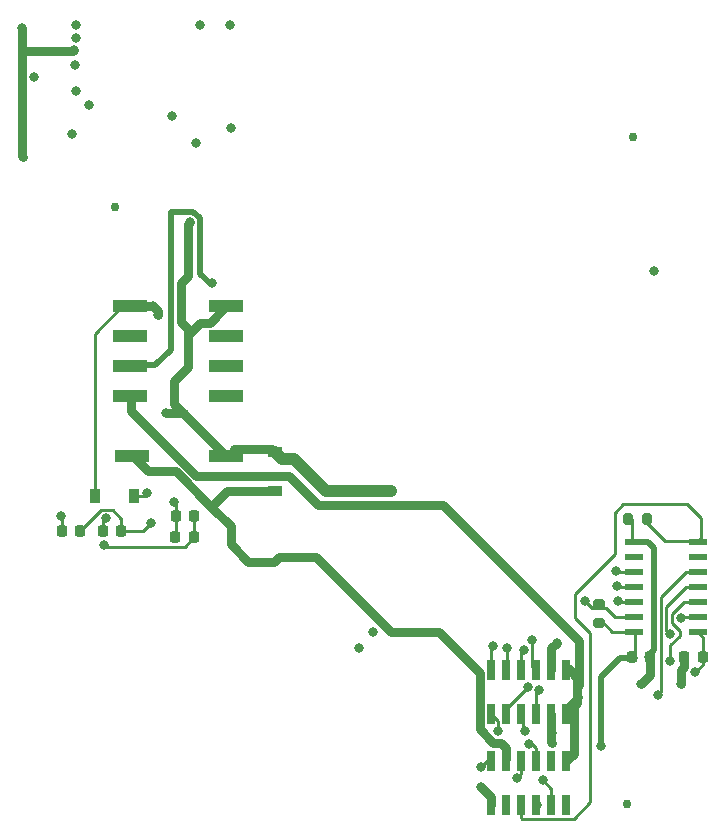
<source format=gbr>
G04 #@! TF.GenerationSoftware,KiCad,Pcbnew,8.0.8+dfsg-1*
G04 #@! TF.CreationDate,2025-03-16T16:51:26-04:00*
G04 #@! TF.ProjectId,RUST_Daughterboard,52555354-5f44-4617-9567-68746572626f,rev?*
G04 #@! TF.SameCoordinates,Original*
G04 #@! TF.FileFunction,Copper,L4,Bot*
G04 #@! TF.FilePolarity,Positive*
%FSLAX46Y46*%
G04 Gerber Fmt 4.6, Leading zero omitted, Abs format (unit mm)*
G04 Created by KiCad (PCBNEW 8.0.8+dfsg-1) date 2025-03-16 16:51:26*
%MOMM*%
%LPD*%
G01*
G04 APERTURE LIST*
G04 Aperture macros list*
%AMRoundRect*
0 Rectangle with rounded corners*
0 $1 Rounding radius*
0 $2 $3 $4 $5 $6 $7 $8 $9 X,Y pos of 4 corners*
0 Add a 4 corners polygon primitive as box body*
4,1,4,$2,$3,$4,$5,$6,$7,$8,$9,$2,$3,0*
0 Add four circle primitives for the rounded corners*
1,1,$1+$1,$2,$3*
1,1,$1+$1,$4,$5*
1,1,$1+$1,$6,$7*
1,1,$1+$1,$8,$9*
0 Add four rect primitives between the rounded corners*
20,1,$1+$1,$2,$3,$4,$5,0*
20,1,$1+$1,$4,$5,$6,$7,0*
20,1,$1+$1,$6,$7,$8,$9,0*
20,1,$1+$1,$8,$9,$2,$3,0*%
G04 Aperture macros list end*
G04 #@! TA.AperFunction,SMDPad,CuDef*
%ADD10RoundRect,0.218750X0.218750X0.256250X-0.218750X0.256250X-0.218750X-0.256250X0.218750X-0.256250X0*%
G04 #@! TD*
G04 #@! TA.AperFunction,SMDPad,CuDef*
%ADD11R,0.740000X1.675000*%
G04 #@! TD*
G04 #@! TA.AperFunction,SMDPad,CuDef*
%ADD12C,0.750000*%
G04 #@! TD*
G04 #@! TA.AperFunction,SMDPad,CuDef*
%ADD13RoundRect,0.225000X0.225000X0.250000X-0.225000X0.250000X-0.225000X-0.250000X0.225000X-0.250000X0*%
G04 #@! TD*
G04 #@! TA.AperFunction,SMDPad,CuDef*
%ADD14R,3.000000X1.110000*%
G04 #@! TD*
G04 #@! TA.AperFunction,SMDPad,CuDef*
%ADD15R,0.900000X1.200000*%
G04 #@! TD*
G04 #@! TA.AperFunction,SMDPad,CuDef*
%ADD16RoundRect,0.200000X0.275000X-0.200000X0.275000X0.200000X-0.275000X0.200000X-0.275000X-0.200000X0*%
G04 #@! TD*
G04 #@! TA.AperFunction,SMDPad,CuDef*
%ADD17R,1.200000X0.900000*%
G04 #@! TD*
G04 #@! TA.AperFunction,SMDPad,CuDef*
%ADD18RoundRect,0.200000X0.200000X0.275000X-0.200000X0.275000X-0.200000X-0.275000X0.200000X-0.275000X0*%
G04 #@! TD*
G04 #@! TA.AperFunction,SMDPad,CuDef*
%ADD19RoundRect,0.225000X-0.225000X-0.250000X0.225000X-0.250000X0.225000X0.250000X-0.225000X0.250000X0*%
G04 #@! TD*
G04 #@! TA.AperFunction,SMDPad,CuDef*
%ADD20R,1.500000X0.600000*%
G04 #@! TD*
G04 #@! TA.AperFunction,ViaPad*
%ADD21C,0.800000*%
G04 #@! TD*
G04 #@! TA.AperFunction,Conductor*
%ADD22C,0.250000*%
G04 #@! TD*
G04 #@! TA.AperFunction,Conductor*
%ADD23C,0.750000*%
G04 #@! TD*
G04 #@! TA.AperFunction,Conductor*
%ADD24C,1.000000*%
G04 #@! TD*
G04 #@! TA.AperFunction,Conductor*
%ADD25C,0.500000*%
G04 #@! TD*
G04 APERTURE END LIST*
D10*
X128712500Y-113850000D03*
X127137500Y-113850000D03*
D11*
X160025000Y-137040000D03*
X160025000Y-133360000D03*
X161295000Y-137040000D03*
X161295000Y-133360000D03*
X162565000Y-137040000D03*
X162565000Y-133360000D03*
X163835000Y-137040000D03*
X163835000Y-133360000D03*
X165105000Y-137040000D03*
X165105000Y-133360000D03*
X166375000Y-137040000D03*
X166375000Y-133360000D03*
D10*
X134862500Y-114400000D03*
X133287500Y-114400000D03*
D12*
X172000000Y-80500000D03*
D13*
X134875000Y-112550000D03*
X133325000Y-112550000D03*
D12*
X128200000Y-86400000D03*
D13*
X125200000Y-113825000D03*
X123650000Y-113825000D03*
D11*
X160025000Y-129340000D03*
X160025000Y-125660000D03*
X161295000Y-129340000D03*
X161295000Y-125660000D03*
X162565000Y-129340000D03*
X162565000Y-125660000D03*
X163835000Y-129340000D03*
X163835000Y-125660000D03*
X165105000Y-129340000D03*
X165105000Y-125660000D03*
X166375000Y-129340000D03*
X166375000Y-125660000D03*
D14*
X129614000Y-107530000D03*
X129486000Y-102450000D03*
X129486000Y-99910000D03*
X129486000Y-97370000D03*
X129486000Y-94830000D03*
X137614000Y-94830000D03*
X137614000Y-97370000D03*
X137614000Y-99910000D03*
X137614000Y-102450000D03*
X137614000Y-107530000D03*
D15*
X126450000Y-110900000D03*
X129750000Y-110900000D03*
D16*
X169150000Y-121675000D03*
X169150000Y-120025000D03*
D17*
X141700000Y-110450000D03*
X141700000Y-107150000D03*
D18*
X173225000Y-112850000D03*
X171575000Y-112850000D03*
D13*
X177925000Y-124500000D03*
X176375000Y-124500000D03*
D19*
X171925000Y-124550000D03*
X173475000Y-124550000D03*
D12*
X171500000Y-137000000D03*
D20*
X172150000Y-122410000D03*
X172150000Y-121140000D03*
X172150000Y-119870000D03*
X172150000Y-118600000D03*
X172150000Y-117330000D03*
X172150000Y-116060000D03*
X172150000Y-114790000D03*
X177550000Y-114790000D03*
X177550000Y-116060000D03*
X177550000Y-117330000D03*
X177550000Y-118600000D03*
X177550000Y-119870000D03*
X177550000Y-121140000D03*
X177550000Y-122410000D03*
D21*
X159132660Y-135507340D03*
X124723699Y-73134294D03*
X133200000Y-111400000D03*
X120300000Y-71300000D03*
X134512299Y-87737701D03*
X176100000Y-126800000D03*
X132500000Y-103900000D03*
X165600000Y-123300000D03*
X148800000Y-123800000D03*
X160600000Y-130800000D03*
X172700000Y-126800000D03*
X130900000Y-110600000D03*
X127400000Y-112800000D03*
X123600000Y-112600000D03*
X150500000Y-110500000D03*
X151500000Y-110500000D03*
X120396006Y-82200000D03*
X174149991Y-127749991D03*
X162924500Y-130769253D03*
X161400000Y-123800000D03*
X175200000Y-124900000D03*
X163100633Y-127097547D03*
X160200000Y-123600000D03*
X177300000Y-125800000D03*
X136400000Y-92900000D03*
X138000000Y-79700000D03*
X121300000Y-75400000D03*
X169300000Y-132100000D03*
X159200000Y-133800000D03*
X137900000Y-71000000D03*
X170650000Y-118550000D03*
X124800000Y-74400000D03*
X124909034Y-72152125D03*
X170600000Y-117250000D03*
X133000000Y-78750000D03*
X164083366Y-127279866D03*
X124900000Y-76600000D03*
X170800000Y-119750000D03*
X126000000Y-77750000D03*
X168000000Y-119800000D03*
X163500000Y-123100000D03*
X176100000Y-121200000D03*
X164400000Y-134974990D03*
X127275000Y-115050000D03*
X163200000Y-131900000D03*
X163900000Y-137025010D03*
X131200000Y-113200000D03*
X150000000Y-122400000D03*
X162200000Y-134800000D03*
X165201292Y-131775010D03*
X131400000Y-94800000D03*
X131826000Y-95600000D03*
X165201292Y-131001292D03*
X173850000Y-91850000D03*
X162775000Y-123900000D03*
X175124500Y-122600000D03*
X135400000Y-71000000D03*
X124900000Y-71000000D03*
X124500000Y-80250000D03*
X135000000Y-81000000D03*
D22*
X123650000Y-113825000D02*
X123650000Y-112650000D01*
D23*
X133175001Y-101171001D02*
X134366000Y-99980002D01*
D24*
X150500000Y-110500000D02*
X151500000Y-110500000D01*
D22*
X171915000Y-114515000D02*
X172200000Y-114800000D01*
X127137500Y-113062500D02*
X127400000Y-112800000D01*
X130600000Y-110900000D02*
X130900000Y-110600000D01*
X133325000Y-112550000D02*
X133325000Y-114362500D01*
X133325000Y-111525000D02*
X133200000Y-111400000D01*
X171915000Y-112850000D02*
X171915000Y-114515000D01*
D25*
X173824990Y-123910010D02*
X173824990Y-115324990D01*
D22*
X127137500Y-113850000D02*
X127137500Y-113062500D01*
D24*
X143310000Y-107750000D02*
X142294000Y-107750000D01*
D23*
X134366000Y-99980002D02*
X134366000Y-97266000D01*
X173475000Y-126025000D02*
X172700000Y-126800000D01*
X133724520Y-92875480D02*
X133724520Y-96124520D01*
X160025000Y-136399680D02*
X159132660Y-135507340D01*
D22*
X160600000Y-129915000D02*
X160600000Y-130800000D01*
D25*
X173185000Y-124550000D02*
X173824990Y-123910010D01*
D23*
X120300000Y-73310000D02*
X120300000Y-82103994D01*
D25*
X173300000Y-114800000D02*
X172100000Y-114800000D01*
D22*
X123650000Y-112650000D02*
X123600000Y-112600000D01*
D23*
X160025000Y-137040000D02*
X160025000Y-136399680D01*
D22*
X129750000Y-110900000D02*
X130600000Y-110900000D01*
D23*
X138210000Y-106934000D02*
X141478000Y-106934000D01*
X165105000Y-125660000D02*
X165105000Y-123795000D01*
X133984000Y-103900000D02*
X132500000Y-103900000D01*
X120300000Y-82103994D02*
X120396006Y-82200000D01*
X176375000Y-124500000D02*
X176375000Y-125346832D01*
X134512299Y-87737701D02*
X134366000Y-87884000D01*
X173475000Y-124550000D02*
X173475000Y-126025000D01*
X133724520Y-96124520D02*
X134366000Y-96766000D01*
X135391511Y-96240489D02*
X136203511Y-96240489D01*
X165105000Y-123795000D02*
X165600000Y-123300000D01*
X133175001Y-103091001D02*
X137614000Y-107530000D01*
X120300000Y-71300000D02*
X120300000Y-73310000D01*
D24*
X142294000Y-107750000D02*
X141732000Y-107188000D01*
D22*
X160025000Y-129340000D02*
X160600000Y-129915000D01*
D23*
X134366000Y-97266000D02*
X135391511Y-96240489D01*
X176375000Y-125346832D02*
X176100000Y-125621832D01*
X134366000Y-87884000D02*
X134366000Y-92234000D01*
X134366000Y-92234000D02*
X133724520Y-92875480D01*
X134366000Y-96766000D02*
X134366000Y-97266000D01*
D24*
X146060000Y-110500000D02*
X143310000Y-107750000D01*
D23*
X124657993Y-73200000D02*
X120410000Y-73200000D01*
X124723699Y-73134294D02*
X124657993Y-73200000D01*
X176100000Y-125621832D02*
X176100000Y-126800000D01*
X133175001Y-103091001D02*
X133175001Y-101171001D01*
D22*
X133325000Y-112550000D02*
X133325000Y-111525000D01*
D23*
X120410000Y-73200000D02*
X120300000Y-73310000D01*
D25*
X173824990Y-115324990D02*
X173300000Y-114800000D01*
D23*
X136203511Y-96240489D02*
X137614000Y-94830000D01*
D24*
X150500000Y-110500000D02*
X146060000Y-110500000D01*
D22*
X162700000Y-130544753D02*
X162924500Y-130769253D01*
X174400000Y-119480000D02*
X174400000Y-127499982D01*
X176550000Y-117330000D02*
X174400000Y-119480000D01*
X174400000Y-127499982D02*
X174149991Y-127749991D01*
X162700000Y-129300000D02*
X162700000Y-130544753D01*
X177550000Y-117330000D02*
X176550000Y-117330000D01*
X176000000Y-122749114D02*
X175200000Y-123549114D01*
X175200000Y-123549114D02*
X175200000Y-124900000D01*
X176356998Y-119870000D02*
X175375489Y-120851509D01*
X175375489Y-121675489D02*
X176000000Y-122300000D01*
X177550000Y-119870000D02*
X176356998Y-119870000D01*
X161400000Y-123800000D02*
X161400000Y-125400000D01*
X176000000Y-122300000D02*
X176000000Y-122749114D01*
X175375489Y-120851509D02*
X175375489Y-121675489D01*
X161295000Y-128903180D02*
X163100633Y-127097547D01*
D25*
X132900000Y-86825011D02*
X132900000Y-98494000D01*
D22*
X161295000Y-129340000D02*
X161295000Y-128903180D01*
D25*
X132900000Y-98494000D02*
X131572000Y-99822000D01*
X135361810Y-87385821D02*
X134801000Y-86825011D01*
X135361810Y-92061810D02*
X135361810Y-87385821D01*
X134801000Y-86825011D02*
X132900000Y-86825011D01*
X136400000Y-92900000D02*
X136200000Y-92900000D01*
D22*
X177925000Y-122875000D02*
X177550000Y-122500000D01*
D25*
X136200000Y-92900000D02*
X135361810Y-92061810D01*
D22*
X160025000Y-123775000D02*
X160200000Y-123600000D01*
X177300000Y-125800000D02*
X177925000Y-125175000D01*
X160025000Y-125660000D02*
X160025000Y-123775000D01*
X177925000Y-125175000D02*
X177925000Y-122875000D01*
D25*
X131572000Y-99822000D02*
X129286000Y-99822000D01*
D22*
X170260000Y-122410000D02*
X169200000Y-121350000D01*
X172150000Y-122410000D02*
X170260000Y-122410000D01*
X159640000Y-133360000D02*
X159200000Y-133800000D01*
D25*
X170900000Y-124600000D02*
X172200000Y-124600000D01*
D22*
X172215000Y-124550000D02*
X172215000Y-122565000D01*
D25*
X169300000Y-132100000D02*
X169300000Y-126200000D01*
X169300000Y-126200000D02*
X170900000Y-124600000D01*
D22*
X160025000Y-133360000D02*
X159640000Y-133360000D01*
X172150000Y-118600000D02*
X170700000Y-118600000D01*
X170700000Y-118600000D02*
X170650000Y-118550000D01*
X172150000Y-117330000D02*
X170680000Y-117330000D01*
X170680000Y-117330000D02*
X170600000Y-117250000D01*
X163835000Y-129340000D02*
X163835000Y-127528232D01*
X163835000Y-127528232D02*
X164083366Y-127279866D01*
X172150000Y-119870000D02*
X170920000Y-119870000D01*
X170920000Y-119870000D02*
X170800000Y-119750000D01*
X168550000Y-120350000D02*
X168000000Y-119800000D01*
X170500000Y-121150000D02*
X172200000Y-121150000D01*
X169150000Y-120365000D02*
X169715000Y-120365000D01*
X169715000Y-120365000D02*
X170500000Y-121150000D01*
X169150000Y-120350000D02*
X168550000Y-120350000D01*
X163500000Y-125400000D02*
X163500000Y-123100000D01*
X177550000Y-121140000D02*
X176160000Y-121140000D01*
X176160000Y-121140000D02*
X176100000Y-121200000D01*
X163800000Y-125700000D02*
X163500000Y-125400000D01*
X165105000Y-137040000D02*
X165105000Y-135679990D01*
X165105000Y-135679990D02*
X164400000Y-134974990D01*
X163835000Y-133360000D02*
X163835000Y-132272500D01*
X127424520Y-115199520D02*
X127275000Y-115050000D01*
X134875000Y-112550000D02*
X134875000Y-114387500D01*
X163835000Y-132272500D02*
X163462500Y-131900000D01*
X134862500Y-114400000D02*
X134062980Y-115199520D01*
X134062980Y-115199520D02*
X127424520Y-115199520D01*
X163462500Y-131900000D02*
X163200000Y-131900000D01*
X125200000Y-113825000D02*
X126949511Y-112075489D01*
X128712500Y-113850000D02*
X130550000Y-113850000D01*
X128712500Y-112812500D02*
X128712500Y-113850000D01*
X130550000Y-113850000D02*
X131200000Y-113200000D01*
X127975489Y-112075489D02*
X128712500Y-112812500D01*
X126949511Y-112075489D02*
X127975489Y-112075489D01*
X162565000Y-134435000D02*
X162200000Y-134800000D01*
X162565000Y-133360000D02*
X162565000Y-134435000D01*
X176600000Y-111600000D02*
X177800000Y-112800000D01*
X172885000Y-112850000D02*
X172885000Y-112815000D01*
X177785000Y-112800000D02*
X177785000Y-114415000D01*
X174770000Y-114700000D02*
X177550000Y-114700000D01*
X170500000Y-112300000D02*
X171200000Y-111600000D01*
X162565000Y-138127500D02*
X162640001Y-138202501D01*
X168400000Y-136807502D02*
X168400000Y-122500000D01*
X177785000Y-114415000D02*
X177400000Y-114800000D01*
X162640001Y-138202501D02*
X167005001Y-138202501D01*
X172885000Y-112815000D02*
X174770000Y-114700000D01*
X167100000Y-121200000D02*
X167100000Y-119200000D01*
X170500000Y-115800000D02*
X170500000Y-112300000D01*
X167005001Y-138202501D02*
X168400000Y-136807502D01*
X171200000Y-111600000D02*
X176600000Y-111600000D01*
X167100000Y-119200000D02*
X170500000Y-115800000D01*
X162565000Y-137040000D02*
X162565000Y-138127500D01*
X168400000Y-122500000D02*
X167100000Y-121200000D01*
X126450000Y-110900000D02*
X126450000Y-97150000D01*
D23*
X129502000Y-94830000D02*
X131370000Y-94830000D01*
X165105000Y-131678718D02*
X165201292Y-131775010D01*
D22*
X126450000Y-97150000D02*
X128770000Y-94830000D01*
D23*
X131370000Y-94830000D02*
X131400000Y-94800000D01*
X131400000Y-94800000D02*
X131826000Y-95226000D01*
X131826000Y-95226000D02*
X131826000Y-95600000D01*
X165105000Y-129340000D02*
X165105000Y-131678718D01*
X160822500Y-131775000D02*
X161300000Y-132252500D01*
X145161241Y-116075489D02*
X151500000Y-122414248D01*
X129800000Y-107600000D02*
X131000000Y-108800000D01*
X159080000Y-125880000D02*
X159080000Y-130658859D01*
X136300000Y-111800000D02*
X137975000Y-113475000D01*
X137975000Y-113475000D02*
X137975000Y-115000000D01*
X137975000Y-115000000D02*
X139475000Y-116500000D01*
X139475000Y-116500000D02*
X141621832Y-116500000D01*
X141621832Y-116500000D02*
X142046343Y-116075489D01*
X160196141Y-131775000D02*
X160822500Y-131775000D01*
X133300000Y-108800000D02*
X136300000Y-111800000D01*
X159080000Y-130658859D02*
X160196141Y-131775000D01*
X137650000Y-110450000D02*
X141700000Y-110450000D01*
X136300000Y-111800000D02*
X137650000Y-110450000D01*
X151500000Y-122414248D02*
X155614248Y-122414248D01*
X155614248Y-122414248D02*
X159080000Y-125880000D01*
X131000000Y-108800000D02*
X133300000Y-108800000D01*
X142046343Y-116075489D02*
X145161241Y-116075489D01*
X161300000Y-132252500D02*
X161300000Y-133200000D01*
X129502000Y-103702000D02*
X129502000Y-102450000D01*
X166375000Y-133360000D02*
X166999999Y-132735001D01*
X166375000Y-129340000D02*
X166375000Y-129025000D01*
X167500000Y-123200000D02*
X155956483Y-111656483D01*
X166999999Y-132735001D02*
X166999999Y-128300001D01*
X145400000Y-111656483D02*
X142943517Y-109200000D01*
X167300000Y-126300000D02*
X166500000Y-125500000D01*
X133650480Y-107850480D02*
X129502000Y-103702000D01*
X167300000Y-128100000D02*
X167300000Y-126300000D01*
X167500000Y-126900000D02*
X167500000Y-123200000D01*
X155956483Y-111656483D02*
X145400000Y-111656483D01*
X166999999Y-128300001D02*
X167400000Y-127900000D01*
X142943517Y-109200000D02*
X135042824Y-109200000D01*
X133693304Y-107850480D02*
X133650480Y-107850480D01*
X166375000Y-129025000D02*
X167300000Y-128100000D01*
X167300000Y-127100000D02*
X167500000Y-126900000D01*
X166375000Y-129340000D02*
X167300000Y-128415000D01*
X135042824Y-109200000D02*
X133693304Y-107850480D01*
X167300000Y-128415000D02*
X167300000Y-127100000D01*
D22*
X162565000Y-124110000D02*
X162775000Y-123900000D01*
X176550000Y-118600000D02*
X177550000Y-118600000D01*
X174850011Y-120299989D02*
X176550000Y-118600000D01*
X174850011Y-122325511D02*
X174850011Y-120299989D01*
X162565000Y-125660000D02*
X162565000Y-124110000D01*
X175124500Y-122600000D02*
X174850011Y-122325511D01*
M02*

</source>
